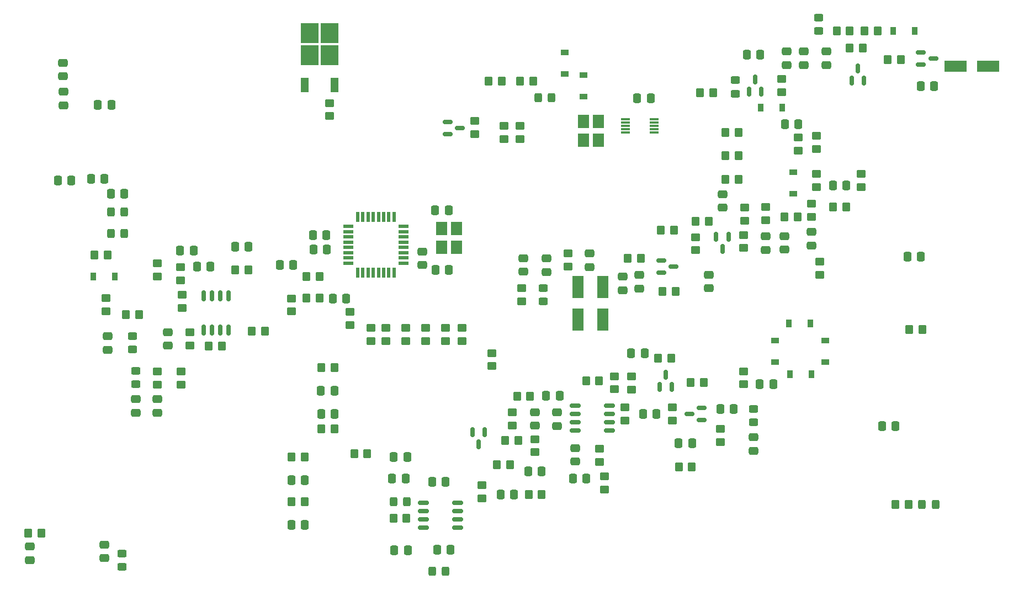
<source format=gbr>
%TF.GenerationSoftware,KiCad,Pcbnew,(6.0.11)*%
%TF.CreationDate,2023-05-26T16:46:52-05:00*%
%TF.ProjectId,RFBitBangSMT,52464269-7442-4616-9e67-534d542e6b69,rev?*%
%TF.SameCoordinates,Original*%
%TF.FileFunction,Paste,Top*%
%TF.FilePolarity,Positive*%
%FSLAX46Y46*%
G04 Gerber Fmt 4.6, Leading zero omitted, Abs format (unit mm)*
G04 Created by KiCad (PCBNEW (6.0.11)) date 2023-05-26 16:46:52*
%MOMM*%
%LPD*%
G01*
G04 APERTURE LIST*
G04 Aperture macros list*
%AMRoundRect*
0 Rectangle with rounded corners*
0 $1 Rounding radius*
0 $2 $3 $4 $5 $6 $7 $8 $9 X,Y pos of 4 corners*
0 Add a 4 corners polygon primitive as box body*
4,1,4,$2,$3,$4,$5,$6,$7,$8,$9,$2,$3,0*
0 Add four circle primitives for the rounded corners*
1,1,$1+$1,$2,$3*
1,1,$1+$1,$4,$5*
1,1,$1+$1,$6,$7*
1,1,$1+$1,$8,$9*
0 Add four rect primitives between the rounded corners*
20,1,$1+$1,$2,$3,$4,$5,0*
20,1,$1+$1,$4,$5,$6,$7,0*
20,1,$1+$1,$6,$7,$8,$9,0*
20,1,$1+$1,$8,$9,$2,$3,0*%
G04 Aperture macros list end*
%ADD10RoundRect,0.250000X-0.475000X0.337500X-0.475000X-0.337500X0.475000X-0.337500X0.475000X0.337500X0*%
%ADD11RoundRect,0.250000X0.337500X0.475000X-0.337500X0.475000X-0.337500X-0.475000X0.337500X-0.475000X0*%
%ADD12RoundRect,0.250000X-0.337500X-0.475000X0.337500X-0.475000X0.337500X0.475000X-0.337500X0.475000X0*%
%ADD13RoundRect,0.250000X0.475000X-0.337500X0.475000X0.337500X-0.475000X0.337500X-0.475000X-0.337500X0*%
%ADD14R,0.900000X1.200000*%
%ADD15RoundRect,0.250000X-0.325000X-0.450000X0.325000X-0.450000X0.325000X0.450000X-0.325000X0.450000X0*%
%ADD16R,1.800000X3.500000*%
%ADD17RoundRect,0.250000X-0.450000X0.325000X-0.450000X-0.325000X0.450000X-0.325000X0.450000X0.325000X0*%
%ADD18RoundRect,0.150000X0.587500X0.150000X-0.587500X0.150000X-0.587500X-0.150000X0.587500X-0.150000X0*%
%ADD19RoundRect,0.150000X-0.587500X-0.150000X0.587500X-0.150000X0.587500X0.150000X-0.587500X0.150000X0*%
%ADD20RoundRect,0.150000X-0.150000X0.587500X-0.150000X-0.587500X0.150000X-0.587500X0.150000X0.587500X0*%
%ADD21R,2.750000X3.050000*%
%ADD22R,1.200000X2.200000*%
%ADD23R,1.800000X2.100000*%
%ADD24R,1.600000X0.550000*%
%ADD25R,0.550000X1.600000*%
%ADD26RoundRect,0.150000X0.675000X0.150000X-0.675000X0.150000X-0.675000X-0.150000X0.675000X-0.150000X0*%
%ADD27RoundRect,0.250000X-0.350000X-0.450000X0.350000X-0.450000X0.350000X0.450000X-0.350000X0.450000X0*%
%ADD28RoundRect,0.250000X0.450000X-0.350000X0.450000X0.350000X-0.450000X0.350000X-0.450000X-0.350000X0*%
%ADD29RoundRect,0.250000X-0.450000X0.350000X-0.450000X-0.350000X0.450000X-0.350000X0.450000X0.350000X0*%
%ADD30RoundRect,0.250000X0.350000X0.450000X-0.350000X0.450000X-0.350000X-0.450000X0.350000X-0.450000X0*%
%ADD31R,1.200000X0.900000*%
%ADD32R,1.400000X0.300000*%
%ADD33RoundRect,0.150000X0.150000X-0.587500X0.150000X0.587500X-0.150000X0.587500X-0.150000X-0.587500X0*%
%ADD34RoundRect,0.250000X0.450000X-0.325000X0.450000X0.325000X-0.450000X0.325000X-0.450000X-0.325000X0*%
%ADD35RoundRect,0.250000X0.325000X0.450000X-0.325000X0.450000X-0.325000X-0.450000X0.325000X-0.450000X0*%
%ADD36R,3.500000X1.800000*%
%ADD37RoundRect,0.150000X0.150000X-0.675000X0.150000X0.675000X-0.150000X0.675000X-0.150000X-0.675000X0*%
G04 APERTURE END LIST*
D10*
%TO.C,C1*%
X100076000Y-94445000D03*
X100076000Y-96520000D03*
%TD*%
D11*
%TO.C,C2*%
X51329500Y-83312000D03*
X49254500Y-83312000D03*
%TD*%
D12*
%TO.C,C4*%
X52302500Y-85598000D03*
X54377500Y-85598000D03*
%TD*%
%TO.C,C5*%
X44174500Y-83566000D03*
X46249500Y-83566000D03*
%TD*%
%TO.C,C8*%
X102086500Y-97282000D03*
X104161500Y-97282000D03*
%TD*%
%TO.C,C9*%
X102065000Y-88138000D03*
X104140000Y-88138000D03*
%TD*%
D11*
%TO.C,C10*%
X82063500Y-129540000D03*
X79988500Y-129540000D03*
%TD*%
%TO.C,C11*%
X82063500Y-136398000D03*
X79988500Y-136398000D03*
%TD*%
D13*
%TO.C,C12*%
X119126000Y-97557500D03*
X119126000Y-95482500D03*
%TD*%
%TO.C,C13*%
X115570000Y-97536000D03*
X115570000Y-95461000D03*
%TD*%
D11*
%TO.C,C15*%
X97850000Y-140230000D03*
X95775000Y-140230000D03*
%TD*%
%TO.C,C16*%
X86614000Y-115824000D03*
X84539000Y-115824000D03*
%TD*%
%TO.C,C17*%
X86635500Y-119380000D03*
X84560500Y-119380000D03*
%TD*%
D13*
%TO.C,C20*%
X159766000Y-93493500D03*
X159766000Y-91418500D03*
%TD*%
%TO.C,C21*%
X130810000Y-100351500D03*
X130810000Y-98276500D03*
%TD*%
D10*
%TO.C,C22*%
X133350000Y-98022500D03*
X133350000Y-100097500D03*
%TD*%
%TO.C,C25*%
X123550000Y-124602500D03*
X123550000Y-126677500D03*
%TD*%
D11*
%TO.C,C33*%
X80285500Y-96520000D03*
X78210500Y-96520000D03*
%TD*%
%TO.C,C34*%
X114170000Y-131690000D03*
X112095000Y-131690000D03*
%TD*%
D10*
%TO.C,C35*%
X117370000Y-119080000D03*
X117370000Y-121155000D03*
%TD*%
D14*
%TO.C,D2*%
X49658000Y-98298000D03*
X52958000Y-98298000D03*
%TD*%
D15*
%TO.C,D3*%
X101582000Y-143510000D03*
X103632000Y-143510000D03*
%TD*%
D16*
%TO.C,D4*%
X127762000Y-99862000D03*
X127762000Y-104862000D03*
%TD*%
%TO.C,D5*%
X123952000Y-99862000D03*
X123952000Y-104862000D03*
%TD*%
D15*
%TO.C,L1*%
X52306000Y-88392000D03*
X54356000Y-88392000D03*
%TD*%
%TO.C,L2*%
X52315000Y-91694000D03*
X54365000Y-91694000D03*
%TD*%
D17*
%TO.C,L3*%
X118618000Y-100067000D03*
X118618000Y-102117000D03*
%TD*%
D15*
%TO.C,L9*%
X117856000Y-70866000D03*
X119906000Y-70866000D03*
%TD*%
D18*
%TO.C,Q1*%
X142923500Y-120330000D03*
X142923500Y-118430000D03*
X141048500Y-119380000D03*
%TD*%
D19*
%TO.C,Q2*%
X136730500Y-95824000D03*
X136730500Y-97724000D03*
X138605500Y-96774000D03*
%TD*%
D20*
%TO.C,Q4*%
X109650000Y-122122500D03*
X107750000Y-122122500D03*
X108700000Y-123997500D03*
%TD*%
D21*
%TO.C,U2*%
X82803000Y-64310000D03*
X85853000Y-64310000D03*
X85853000Y-60960000D03*
X82803000Y-60960000D03*
D22*
X82048000Y-68935000D03*
X86608000Y-68935000D03*
%TD*%
D23*
%TO.C,Y1*%
X103050000Y-90930000D03*
X103050000Y-93830000D03*
X105350000Y-93830000D03*
X105350000Y-90930000D03*
%TD*%
D24*
%TO.C,U1*%
X97208000Y-96204000D03*
X97208000Y-95404000D03*
X97208000Y-94604000D03*
X97208000Y-93804000D03*
X97208000Y-93004000D03*
X97208000Y-92204000D03*
X97208000Y-91404000D03*
X97208000Y-90604000D03*
D25*
X95758000Y-89154000D03*
X94958000Y-89154000D03*
X94158000Y-89154000D03*
X93358000Y-89154000D03*
X92558000Y-89154000D03*
X91758000Y-89154000D03*
X90958000Y-89154000D03*
X90158000Y-89154000D03*
D24*
X88708000Y-90604000D03*
X88708000Y-91404000D03*
X88708000Y-92204000D03*
X88708000Y-93004000D03*
X88708000Y-93804000D03*
X88708000Y-94604000D03*
X88708000Y-95404000D03*
X88708000Y-96204000D03*
D25*
X90158000Y-97654000D03*
X90958000Y-97654000D03*
X91758000Y-97654000D03*
X92558000Y-97654000D03*
X93358000Y-97654000D03*
X94158000Y-97654000D03*
X94958000Y-97654000D03*
X95758000Y-97654000D03*
%TD*%
D12*
%TO.C,C37*%
X101578500Y-129794000D03*
X103653500Y-129794000D03*
%TD*%
D26*
%TO.C,U3*%
X105495000Y-136779000D03*
X105495000Y-135509000D03*
X105495000Y-134239000D03*
X105495000Y-132969000D03*
X100245000Y-132969000D03*
X100245000Y-134239000D03*
X100245000Y-135509000D03*
X100245000Y-136779000D03*
%TD*%
%TO.C,U4*%
X128825000Y-121885000D03*
X128825000Y-120615000D03*
X128825000Y-119345000D03*
X128825000Y-118075000D03*
X123575000Y-118075000D03*
X123575000Y-119345000D03*
X123575000Y-120615000D03*
X123575000Y-121885000D03*
%TD*%
D10*
%TO.C,C14*%
X162090000Y-63752500D03*
X162090000Y-65827500D03*
%TD*%
D11*
%TO.C,C42*%
X52387500Y-71930000D03*
X50312500Y-71930000D03*
%TD*%
D27*
%TO.C,R1*%
X49800000Y-94996000D03*
X51800000Y-94996000D03*
%TD*%
D28*
%TO.C,R2*%
X85852000Y-73660000D03*
X85852000Y-71660000D03*
%TD*%
%TO.C,R3*%
X100584000Y-108188000D03*
X100584000Y-106188000D03*
%TD*%
D29*
%TO.C,R4*%
X127260000Y-124690000D03*
X127260000Y-126690000D03*
%TD*%
D27*
%TO.C,R6*%
X80026000Y-125984000D03*
X82026000Y-125984000D03*
%TD*%
D28*
%TO.C,R7*%
X115316000Y-102092000D03*
X115316000Y-100092000D03*
%TD*%
D27*
%TO.C,R8*%
X165624000Y-63246000D03*
X167624000Y-63246000D03*
%TD*%
D28*
%TO.C,R9*%
X122428000Y-96758000D03*
X122428000Y-94758000D03*
%TD*%
D27*
%TO.C,R11*%
X95670000Y-135360000D03*
X97670000Y-135360000D03*
%TD*%
%TO.C,R12*%
X84598000Y-112268000D03*
X86598000Y-112268000D03*
%TD*%
%TO.C,R13*%
X84598000Y-121666000D03*
X86598000Y-121666000D03*
%TD*%
D29*
%TO.C,R14*%
X155194000Y-68002400D03*
X155194000Y-70002400D03*
%TD*%
D30*
%TO.C,R15*%
X138668000Y-91186000D03*
X136668000Y-91186000D03*
%TD*%
D27*
%TO.C,R16*%
X131604000Y-95504000D03*
X133604000Y-95504000D03*
%TD*%
D30*
%TO.C,R17*%
X138938000Y-100584000D03*
X136938000Y-100584000D03*
%TD*%
D28*
%TO.C,R18*%
X129510000Y-115560000D03*
X129510000Y-113560000D03*
%TD*%
%TO.C,R19*%
X132140000Y-115600000D03*
X132140000Y-113600000D03*
%TD*%
D30*
%TO.C,R20*%
X155667200Y-89128600D03*
X157667200Y-89128600D03*
%TD*%
D29*
%TO.C,R21*%
X149352000Y-112808000D03*
X149352000Y-114808000D03*
%TD*%
D28*
%TO.C,R23*%
X113910000Y-121100000D03*
X113910000Y-119100000D03*
%TD*%
D30*
%TO.C,R26*%
X116610000Y-116690000D03*
X114610000Y-116690000D03*
%TD*%
D27*
%TO.C,R27*%
X112790000Y-123430000D03*
X114790000Y-123430000D03*
%TD*%
D28*
%TO.C,R29*%
X97536000Y-108170000D03*
X97536000Y-106170000D03*
%TD*%
%TO.C,R30*%
X94488000Y-108188000D03*
X94488000Y-106188000D03*
%TD*%
%TO.C,R31*%
X109220000Y-132270000D03*
X109220000Y-130270000D03*
%TD*%
D30*
%TO.C,R32*%
X113540000Y-127120000D03*
X111540000Y-127120000D03*
%TD*%
D27*
%TO.C,R33*%
X80026000Y-132842000D03*
X82026000Y-132842000D03*
%TD*%
D30*
%TO.C,R34*%
X118390000Y-131690000D03*
X116390000Y-131690000D03*
%TD*%
D28*
%TO.C,R36*%
X117348000Y-125222000D03*
X117348000Y-123222000D03*
%TD*%
%TO.C,R37*%
X128010000Y-130950000D03*
X128010000Y-128950000D03*
%TD*%
%TO.C,R46*%
X106172000Y-108150000D03*
X106172000Y-106150000D03*
%TD*%
%TO.C,R47*%
X103632000Y-108188000D03*
X103632000Y-106188000D03*
%TD*%
D29*
%TO.C,R24*%
X110744000Y-110014000D03*
X110744000Y-112014000D03*
%TD*%
D13*
%TO.C,C44*%
X45060000Y-71987500D03*
X45060000Y-69912500D03*
%TD*%
D11*
%TO.C,C47*%
X135128000Y-70930000D03*
X133053000Y-70930000D03*
%TD*%
D31*
%TO.C,D10*%
X121958000Y-67182000D03*
X121958000Y-63882000D03*
%TD*%
%TO.C,D14*%
X124768000Y-70688000D03*
X124768000Y-67388000D03*
%TD*%
D28*
%TO.C,R35*%
X115062000Y-77200000D03*
X115062000Y-75200000D03*
%TD*%
%TO.C,R48*%
X112650000Y-77180000D03*
X112650000Y-75180000D03*
%TD*%
D27*
%TO.C,R49*%
X146580000Y-76150000D03*
X148580000Y-76150000D03*
%TD*%
%TO.C,R50*%
X146570000Y-79710000D03*
X148570000Y-79710000D03*
%TD*%
D32*
%TO.C,U6*%
X131220000Y-74180000D03*
X131220000Y-74680000D03*
X131220000Y-75180000D03*
X131220000Y-75680000D03*
X131220000Y-76180000D03*
X135620000Y-76180000D03*
X135620000Y-75680000D03*
X135620000Y-75180000D03*
X135620000Y-74680000D03*
X135620000Y-74180000D03*
%TD*%
D23*
%TO.C,Y3*%
X127134000Y-77396000D03*
X127134000Y-74496000D03*
X124834000Y-74496000D03*
X124834000Y-77396000D03*
%TD*%
D13*
%TO.C,C30*%
X144070000Y-100077500D03*
X144070000Y-98002500D03*
%TD*%
D31*
%TO.C,D9*%
X161852000Y-108124000D03*
X161852000Y-111424000D03*
%TD*%
D14*
%TO.C,D11*%
X156292000Y-105448000D03*
X159592000Y-105448000D03*
%TD*%
%TO.C,D12*%
X159766000Y-113284000D03*
X156466000Y-113284000D03*
%TD*%
D31*
%TO.C,D13*%
X154178000Y-111378000D03*
X154178000Y-108078000D03*
%TD*%
D28*
%TO.C,R5*%
X141990000Y-94240000D03*
X141990000Y-92240000D03*
%TD*%
D29*
%TO.C,R22*%
X145796000Y-121682000D03*
X145796000Y-123682000D03*
%TD*%
D30*
%TO.C,R25*%
X176768000Y-106426000D03*
X174768000Y-106426000D03*
%TD*%
D33*
%TO.C,Q8*%
X165928000Y-68247500D03*
X167828000Y-68247500D03*
X166878000Y-66372500D03*
%TD*%
D27*
%TO.C,R38*%
X167910000Y-60600000D03*
X169910000Y-60600000D03*
%TD*%
D30*
%TO.C,R39*%
X173466000Y-65024000D03*
X171466000Y-65024000D03*
%TD*%
D11*
%TO.C,C39*%
X125265000Y-129286000D03*
X123190000Y-129286000D03*
%TD*%
D15*
%TO.C,D16*%
X176750000Y-133220000D03*
X178800000Y-133220000D03*
%TD*%
D30*
%TO.C,R28*%
X174660000Y-133250000D03*
X172660000Y-133250000D03*
%TD*%
D31*
%TO.C,D17*%
X156972000Y-82271600D03*
X156972000Y-85571600D03*
%TD*%
D12*
%TO.C,C46*%
X149838500Y-64262000D03*
X151913500Y-64262000D03*
%TD*%
D30*
%TO.C,R51*%
X165084000Y-87630000D03*
X163084000Y-87630000D03*
%TD*%
D29*
%TO.C,R52*%
X159766000Y-89138000D03*
X159766000Y-87138000D03*
%TD*%
D13*
%TO.C,C24*%
X155956000Y-65807500D03*
X155956000Y-63732500D03*
%TD*%
D28*
%TO.C,R53*%
X160528000Y-78724000D03*
X160528000Y-76724000D03*
%TD*%
D11*
%TO.C,C49*%
X147849500Y-118618000D03*
X145774500Y-118618000D03*
%TD*%
%TO.C,C50*%
X141450000Y-123870000D03*
X139375000Y-123870000D03*
%TD*%
D13*
%TO.C,C51*%
X152750000Y-94205000D03*
X152750000Y-92130000D03*
%TD*%
D11*
%TO.C,C52*%
X134187500Y-110060000D03*
X132112500Y-110060000D03*
%TD*%
%TO.C,C54*%
X135987500Y-119330000D03*
X133912500Y-119330000D03*
%TD*%
D10*
%TO.C,C55*%
X146120000Y-85632500D03*
X146120000Y-87707500D03*
%TD*%
D13*
%TO.C,C56*%
X155651200Y-94157800D03*
X155651200Y-92082800D03*
%TD*%
D17*
%TO.C,L5*%
X150876000Y-118609000D03*
X150876000Y-120659000D03*
%TD*%
D20*
%TO.C,Q10*%
X147070000Y-92142500D03*
X145170000Y-92142500D03*
X146120000Y-94017500D03*
%TD*%
D33*
%TO.C,Q11*%
X136464000Y-115237500D03*
X138364000Y-115237500D03*
X137414000Y-113362500D03*
%TD*%
%TO.C,Q12*%
X150180000Y-69907500D03*
X152080000Y-69907500D03*
X151130000Y-68032500D03*
%TD*%
D19*
%TO.C,Q13*%
X176572500Y-63900000D03*
X176572500Y-65800000D03*
X178447500Y-64850000D03*
%TD*%
D29*
%TO.C,R54*%
X152750000Y-87640000D03*
X152750000Y-89640000D03*
%TD*%
D28*
%TO.C,R55*%
X149500000Y-89700000D03*
X149500000Y-87700000D03*
%TD*%
D29*
%TO.C,R56*%
X149360000Y-91900000D03*
X149360000Y-93900000D03*
%TD*%
D27*
%TO.C,R57*%
X141224000Y-114554000D03*
X143224000Y-114554000D03*
%TD*%
D30*
%TO.C,R58*%
X141430000Y-127470000D03*
X139430000Y-127470000D03*
%TD*%
%TO.C,R59*%
X144010000Y-89780000D03*
X142010000Y-89780000D03*
%TD*%
D29*
%TO.C,R60*%
X138430000Y-118380000D03*
X138430000Y-120380000D03*
%TD*%
D30*
%TO.C,R61*%
X138240000Y-110800000D03*
X136240000Y-110800000D03*
%TD*%
D27*
%TO.C,R62*%
X125190000Y-114260000D03*
X127190000Y-114260000D03*
%TD*%
D28*
%TO.C,R63*%
X131180000Y-120370000D03*
X131180000Y-118370000D03*
%TD*%
D30*
%TO.C,R65*%
X144710000Y-70050000D03*
X142710000Y-70050000D03*
%TD*%
D29*
%TO.C,R66*%
X161036000Y-96028000D03*
X161036000Y-98028000D03*
%TD*%
D28*
%TO.C,R67*%
X160528000Y-84550000D03*
X160528000Y-82550000D03*
%TD*%
D30*
%TO.C,R68*%
X148580000Y-83400000D03*
X146580000Y-83400000D03*
%TD*%
D27*
%TO.C,R64*%
X110268000Y-68326000D03*
X112268000Y-68326000D03*
%TD*%
D30*
%TO.C,R70*%
X117078000Y-68326000D03*
X115078000Y-68326000D03*
%TD*%
D10*
%TO.C,C43*%
X150876000Y-122914500D03*
X150876000Y-124989500D03*
%TD*%
D34*
%TO.C,D19*%
X160880000Y-60615000D03*
X160880000Y-58565000D03*
%TD*%
D30*
%TO.C,R71*%
X165640000Y-60640000D03*
X163640000Y-60640000D03*
%TD*%
D11*
%TO.C,C32*%
X176551500Y-95250000D03*
X174476500Y-95250000D03*
%TD*%
D19*
%TO.C,Q14*%
X103972500Y-74530000D03*
X103972500Y-76430000D03*
X105847500Y-75480000D03*
%TD*%
D29*
%TO.C,R72*%
X108130000Y-74410000D03*
X108130000Y-76410000D03*
%TD*%
D11*
%TO.C,C38*%
X157755500Y-74930000D03*
X155680500Y-74930000D03*
%TD*%
D29*
%TO.C,R73*%
X157734000Y-76978000D03*
X157734000Y-78978000D03*
%TD*%
%TO.C,R74*%
X167386000Y-82566000D03*
X167386000Y-84566000D03*
%TD*%
D34*
%TO.C,L11*%
X148082000Y-70225000D03*
X148082000Y-68175000D03*
%TD*%
D12*
%TO.C,C41*%
X95461000Y-129286000D03*
X97536000Y-129286000D03*
%TD*%
D13*
%TO.C,C58*%
X44958000Y-67564000D03*
X44958000Y-65489000D03*
%TD*%
D12*
%TO.C,C27*%
X151849000Y-114808000D03*
X153924000Y-114808000D03*
%TD*%
D11*
%TO.C,C59*%
X85360000Y-91940000D03*
X83285000Y-91940000D03*
%TD*%
D29*
%TO.C,R76*%
X64450000Y-106840000D03*
X64450000Y-108840000D03*
%TD*%
D12*
%TO.C,C7*%
X86362500Y-101660000D03*
X88437500Y-101660000D03*
%TD*%
D35*
%TO.C,L10*%
X97755000Y-132800000D03*
X95705000Y-132800000D03*
%TD*%
D11*
%TO.C,C57*%
X85447500Y-94130000D03*
X83372500Y-94130000D03*
%TD*%
%TO.C,C45*%
X121145000Y-116530000D03*
X119070000Y-116530000D03*
%TD*%
D12*
%TO.C,C18*%
X116312500Y-128190000D03*
X118387500Y-128190000D03*
%TD*%
%TO.C,C60*%
X102340500Y-140208000D03*
X104415500Y-140208000D03*
%TD*%
D29*
%TO.C,R10*%
X92240000Y-106140000D03*
X92240000Y-108140000D03*
%TD*%
D14*
%TO.C,D15*%
X172330000Y-60600000D03*
X175630000Y-60600000D03*
%TD*%
%TO.C,D18*%
X152020000Y-72390000D03*
X155320000Y-72390000D03*
%TD*%
D10*
%TO.C,C48*%
X125730000Y-94720500D03*
X125730000Y-96795500D03*
%TD*%
D36*
%TO.C,D8*%
X181890000Y-66040000D03*
X186890000Y-66040000D03*
%TD*%
D11*
%TO.C,C61*%
X97790000Y-125984000D03*
X95715000Y-125984000D03*
%TD*%
D28*
%TO.C,R40*%
X88990000Y-105690000D03*
X88990000Y-103690000D03*
%TD*%
D30*
%TO.C,R75*%
X91660000Y-125480000D03*
X89660000Y-125480000D03*
%TD*%
D11*
%TO.C,C26*%
X172657500Y-121240000D03*
X170582500Y-121240000D03*
%TD*%
D12*
%TO.C,C23*%
X163046500Y-84328000D03*
X165121500Y-84328000D03*
%TD*%
D13*
%TO.C,C36*%
X39878000Y-141753500D03*
X39878000Y-139678500D03*
%TD*%
D30*
%TO.C,R80*%
X56626000Y-104140000D03*
X54626000Y-104140000D03*
%TD*%
D37*
%TO.C,U5*%
X66525000Y-106465000D03*
X67795000Y-106465000D03*
X69065000Y-106465000D03*
X70335000Y-106465000D03*
X70335000Y-101215000D03*
X69065000Y-101215000D03*
X67795000Y-101215000D03*
X66525000Y-101215000D03*
%TD*%
D11*
%TO.C,C69*%
X73449000Y-93726000D03*
X71374000Y-93726000D03*
%TD*%
D10*
%TO.C,C67*%
X56134000Y-117072500D03*
X56134000Y-119147500D03*
%TD*%
D17*
%TO.C,L12*%
X56134000Y-112758000D03*
X56134000Y-114808000D03*
%TD*%
D27*
%TO.C,R42*%
X39656000Y-137668000D03*
X41656000Y-137668000D03*
%TD*%
D28*
%TO.C,R77*%
X59436000Y-98266000D03*
X59436000Y-96266000D03*
%TD*%
D29*
%TO.C,R69*%
X63110000Y-112850000D03*
X63110000Y-114850000D03*
%TD*%
D28*
%TO.C,R43*%
X59460000Y-114870000D03*
X59460000Y-112870000D03*
%TD*%
%TO.C,R44*%
X63020000Y-98840000D03*
X63020000Y-96840000D03*
%TD*%
D13*
%TO.C,C63*%
X59436000Y-119147500D03*
X59436000Y-117072500D03*
%TD*%
D17*
%TO.C,L7*%
X54040000Y-140755000D03*
X54040000Y-142805000D03*
%TD*%
D11*
%TO.C,C65*%
X67585500Y-96774000D03*
X65510500Y-96774000D03*
%TD*%
D30*
%TO.C,R81*%
X84328000Y-98298000D03*
X82328000Y-98298000D03*
%TD*%
%TO.C,R84*%
X84312000Y-101600000D03*
X82312000Y-101600000D03*
%TD*%
D10*
%TO.C,C68*%
X51840000Y-107442500D03*
X51840000Y-109517500D03*
%TD*%
D27*
%TO.C,R83*%
X71390000Y-97282000D03*
X73390000Y-97282000D03*
%TD*%
D10*
%TO.C,C62*%
X51290000Y-139412500D03*
X51290000Y-141487500D03*
%TD*%
D29*
%TO.C,R85*%
X80010000Y-101632000D03*
X80010000Y-103632000D03*
%TD*%
D30*
%TO.C,R79*%
X75930000Y-106680000D03*
X73930000Y-106680000D03*
%TD*%
D10*
%TO.C,C29*%
X158570000Y-63732500D03*
X158570000Y-65807500D03*
%TD*%
D13*
%TO.C,C66*%
X61060000Y-108897500D03*
X61060000Y-106822500D03*
%TD*%
D29*
%TO.C,R45*%
X63246000Y-101108000D03*
X63246000Y-103108000D03*
%TD*%
D12*
%TO.C,C31*%
X176508500Y-69088000D03*
X178583500Y-69088000D03*
%TD*%
D17*
%TO.C,L8*%
X55626000Y-107433000D03*
X55626000Y-109483000D03*
%TD*%
D29*
%TO.C,R82*%
X51562000Y-101616000D03*
X51562000Y-103616000D03*
%TD*%
D10*
%TO.C,C28*%
X120740000Y-119112500D03*
X120740000Y-121187500D03*
%TD*%
D27*
%TO.C,R78*%
X67326000Y-108966000D03*
X69326000Y-108966000D03*
%TD*%
D11*
%TO.C,C64*%
X64995000Y-94310000D03*
X62920000Y-94310000D03*
%TD*%
M02*

</source>
